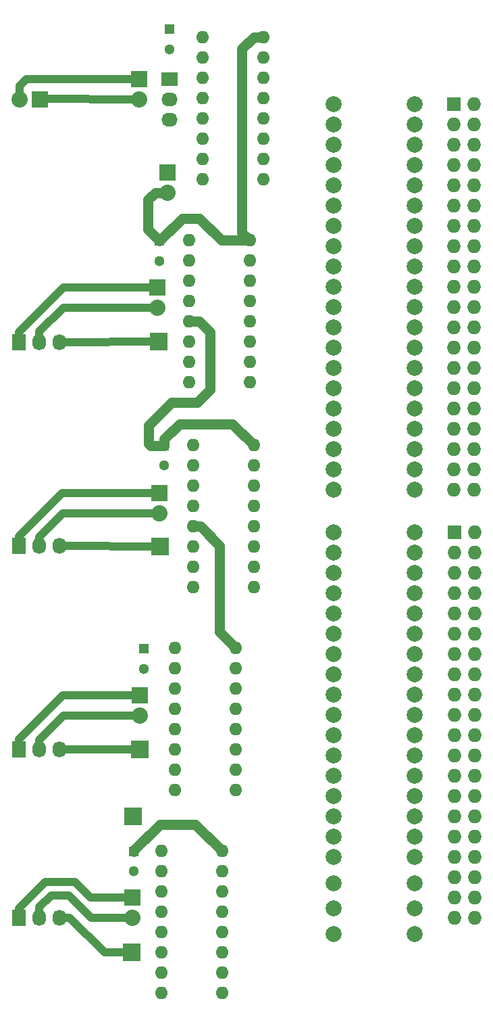
<source format=gbr>
G04 #@! TF.FileFunction,Copper,L1,Top,Mixed*
%FSLAX46Y46*%
G04 Gerber Fmt 4.6, Leading zero omitted, Abs format (unit mm)*
G04 Created by KiCad (PCBNEW 0.201511171411+6319~30~ubuntu15.04.1-product) date Wed 18 Nov 2015 02:30:17 PM CET*
%MOMM*%
G01*
G04 APERTURE LIST*
%ADD10C,0.100000*%
%ADD11R,2.032000X2.032000*%
%ADD12O,2.032000X2.032000*%
%ADD13R,1.727200X1.727200*%
%ADD14O,1.727200X1.727200*%
%ADD15C,1.998980*%
%ADD16O,1.600000X1.600000*%
%ADD17R,1.300000X1.300000*%
%ADD18C,1.300000*%
%ADD19R,1.727200X2.032000*%
%ADD20O,1.727200X2.032000*%
%ADD21R,2.235200X2.235200*%
%ADD22R,2.032000X1.727200*%
%ADD23O,2.032000X1.727200*%
%ADD24C,1.000000*%
%ADD25C,1.300000*%
G04 APERTURE END LIST*
D10*
D11*
X128676400Y-48412400D03*
D12*
X128676400Y-50952400D03*
D13*
X164566400Y-39878000D03*
D14*
X167106400Y-39878000D03*
X164566400Y-42418000D03*
X167106400Y-42418000D03*
X164566400Y-44958000D03*
X167106400Y-44958000D03*
X164566400Y-47498000D03*
X167106400Y-47498000D03*
X164566400Y-50038000D03*
X167106400Y-50038000D03*
X164566400Y-52578000D03*
X167106400Y-52578000D03*
X164566400Y-55118000D03*
X167106400Y-55118000D03*
X164566400Y-57658000D03*
X167106400Y-57658000D03*
X164566400Y-60198000D03*
X167106400Y-60198000D03*
X164566400Y-62738000D03*
X167106400Y-62738000D03*
X164566400Y-65278000D03*
X167106400Y-65278000D03*
X164566400Y-67818000D03*
X167106400Y-67818000D03*
X164566400Y-70358000D03*
X167106400Y-70358000D03*
X164566400Y-72898000D03*
X167106400Y-72898000D03*
X164566400Y-75438000D03*
X167106400Y-75438000D03*
X164566400Y-77978000D03*
X167106400Y-77978000D03*
X164566400Y-80518000D03*
X167106400Y-80518000D03*
X164566400Y-83058000D03*
X167106400Y-83058000D03*
X164566400Y-85598000D03*
X167106400Y-85598000D03*
X164566400Y-88138000D03*
X167106400Y-88138000D03*
D13*
X164617400Y-93472000D03*
D14*
X167157400Y-93472000D03*
X164617400Y-96012000D03*
X167157400Y-96012000D03*
X164617400Y-98552000D03*
X167157400Y-98552000D03*
X164617400Y-101092000D03*
X167157400Y-101092000D03*
X164617400Y-103632000D03*
X167157400Y-103632000D03*
X164617400Y-106172000D03*
X167157400Y-106172000D03*
X164617400Y-108712000D03*
X167157400Y-108712000D03*
X164617400Y-111252000D03*
X167157400Y-111252000D03*
X164617400Y-113792000D03*
X167157400Y-113792000D03*
X164617400Y-116332000D03*
X167157400Y-116332000D03*
X164617400Y-118872000D03*
X167157400Y-118872000D03*
X164617400Y-121412000D03*
X167157400Y-121412000D03*
X164617400Y-123952000D03*
X167157400Y-123952000D03*
X164617400Y-126492000D03*
X167157400Y-126492000D03*
X164617400Y-129032000D03*
X167157400Y-129032000D03*
X164617400Y-131572000D03*
X167157400Y-131572000D03*
X164617400Y-134112000D03*
X167157400Y-134112000D03*
X164617400Y-136652000D03*
X167157400Y-136652000D03*
X164617400Y-139192000D03*
X167157400Y-139192000D03*
X164617400Y-141732000D03*
X167157400Y-141732000D03*
D15*
X159664400Y-39878000D03*
X149504400Y-39878000D03*
X159664400Y-42418000D03*
X149504400Y-42418000D03*
X159664400Y-44958000D03*
X149504400Y-44958000D03*
X159639400Y-47498000D03*
X149479400Y-47498000D03*
X159664400Y-50038000D03*
X149504400Y-50038000D03*
X159664400Y-52578000D03*
X149504400Y-52578000D03*
X159664400Y-55118000D03*
X149504400Y-55118000D03*
X159689400Y-57658000D03*
X149529400Y-57658000D03*
X159689400Y-60198000D03*
X149529400Y-60198000D03*
X159689400Y-62763000D03*
X149529400Y-62763000D03*
X159689400Y-65278000D03*
X149529400Y-65278000D03*
X159689400Y-67818000D03*
X149529400Y-67818000D03*
X159689400Y-70383000D03*
X149529400Y-70383000D03*
X159689400Y-72898000D03*
X149529400Y-72898000D03*
X159689400Y-75438000D03*
X149529400Y-75438000D03*
X159689400Y-77978000D03*
X149529400Y-77978000D03*
X159689400Y-80518000D03*
X149529400Y-80518000D03*
X159689400Y-83058000D03*
X149529400Y-83058000D03*
X159689400Y-85598000D03*
X149529400Y-85598000D03*
X159689400Y-88138000D03*
X149529400Y-88138000D03*
X159689400Y-93472000D03*
X149529400Y-93472000D03*
X159689400Y-96012000D03*
X149529400Y-96012000D03*
X159689400Y-98552000D03*
X149529400Y-98552000D03*
X159689400Y-101117000D03*
X149529400Y-101117000D03*
X159689400Y-103632000D03*
X149529400Y-103632000D03*
X159689400Y-106172000D03*
X149529400Y-106172000D03*
X159689400Y-108712000D03*
X149529400Y-108712000D03*
X159689400Y-111252000D03*
X149529400Y-111252000D03*
X159689400Y-113792000D03*
X149529400Y-113792000D03*
X159689400Y-116332000D03*
X149529400Y-116332000D03*
X159689400Y-118872000D03*
X149529400Y-118872000D03*
X159689400Y-121412000D03*
X149529400Y-121412000D03*
X159689400Y-123952000D03*
X149529400Y-123952000D03*
X159689400Y-126492000D03*
X149529400Y-126492000D03*
X159689400Y-129057000D03*
X149529400Y-129057000D03*
X159689400Y-131572000D03*
X149529400Y-131572000D03*
X159689400Y-134112000D03*
X149529400Y-134112000D03*
D16*
X137210800Y-125730000D03*
X137210800Y-123190000D03*
X137210800Y-120650000D03*
X137210800Y-118110000D03*
X137210800Y-115570000D03*
X137210800Y-113030000D03*
X137210800Y-110490000D03*
X137210800Y-107950000D03*
X129590800Y-107950000D03*
X129590800Y-110490000D03*
X129590800Y-113030000D03*
X129590800Y-115570000D03*
X129590800Y-118110000D03*
X129590800Y-120650000D03*
X129590800Y-123190000D03*
X129590800Y-125730000D03*
X138988800Y-74701400D03*
X138988800Y-72161400D03*
X138988800Y-69621400D03*
X138988800Y-67081400D03*
X138988800Y-64541400D03*
X138988800Y-62001400D03*
X138988800Y-59461400D03*
X138988800Y-56921400D03*
X131368800Y-56921400D03*
X131368800Y-59461400D03*
X131368800Y-62001400D03*
X131368800Y-64541400D03*
X131368800Y-67081400D03*
X131368800Y-69621400D03*
X131368800Y-72161400D03*
X131368800Y-74701400D03*
X135534400Y-151180800D03*
X135534400Y-148640800D03*
X135534400Y-146100800D03*
X135534400Y-143560800D03*
X135534400Y-141020800D03*
X135534400Y-138480800D03*
X135534400Y-135940800D03*
X135534400Y-133400800D03*
X127914400Y-133400800D03*
X127914400Y-135940800D03*
X127914400Y-138480800D03*
X127914400Y-141020800D03*
X127914400Y-143560800D03*
X127914400Y-146100800D03*
X127914400Y-148640800D03*
X127914400Y-151180800D03*
X140716000Y-49301400D03*
X140716000Y-46761400D03*
X140716000Y-44221400D03*
X140716000Y-41681400D03*
X140716000Y-39141400D03*
X140716000Y-36601400D03*
X140716000Y-34061400D03*
X140716000Y-31521400D03*
X133096000Y-31521400D03*
X133096000Y-34061400D03*
X133096000Y-36601400D03*
X133096000Y-39141400D03*
X133096000Y-41681400D03*
X133096000Y-44221400D03*
X133096000Y-46761400D03*
X133096000Y-49301400D03*
X139496800Y-100355400D03*
X139496800Y-97815400D03*
X139496800Y-95275400D03*
X139496800Y-92735400D03*
X139496800Y-90195400D03*
X139496800Y-87655400D03*
X139496800Y-85115400D03*
X139496800Y-82575400D03*
X131876800Y-82575400D03*
X131876800Y-85115400D03*
X131876800Y-87655400D03*
X131876800Y-90195400D03*
X131876800Y-92735400D03*
X131876800Y-95275400D03*
X131876800Y-97815400D03*
X131876800Y-100355400D03*
D17*
X128905000Y-30505400D03*
D18*
X128905000Y-33005400D03*
D17*
X127685800Y-57023000D03*
D18*
X127685800Y-59523000D03*
D17*
X128270000Y-82626200D03*
D18*
X128270000Y-85126200D03*
D17*
X125704600Y-108051600D03*
D18*
X125704600Y-110551600D03*
D17*
X124434600Y-133426200D03*
D18*
X124434600Y-135926200D03*
D19*
X110058200Y-69672200D03*
D20*
X112598200Y-69672200D03*
X115138200Y-69672200D03*
D19*
X110058200Y-95173800D03*
D20*
X112598200Y-95173800D03*
X115138200Y-95173800D03*
D19*
X110083600Y-120624600D03*
D20*
X112623600Y-120624600D03*
X115163600Y-120624600D03*
D11*
X127431800Y-62814200D03*
D12*
X127431800Y-65354200D03*
D11*
X124231400Y-139192000D03*
D12*
X124231400Y-141732000D03*
D11*
X125120400Y-36753800D03*
D12*
X125120400Y-39293800D03*
D11*
X127635000Y-88544400D03*
D12*
X127635000Y-91084400D03*
D21*
X125171200Y-120650000D03*
X124180600Y-146100800D03*
X127609600Y-69621400D03*
X127711200Y-95275400D03*
D19*
X110070900Y-141719300D03*
D20*
X112610900Y-141719300D03*
X115150900Y-141719300D03*
D11*
X125171200Y-113919000D03*
D12*
X125171200Y-116459000D03*
D11*
X112699800Y-39268400D03*
D12*
X110159800Y-39268400D03*
D22*
X128930400Y-36728400D03*
D23*
X128930400Y-39268400D03*
X128930400Y-41808400D03*
D21*
X124358400Y-129019300D03*
D15*
X159689800Y-137401300D03*
X149529800Y-137401300D03*
X159689800Y-140576300D03*
X149529800Y-140576300D03*
X159689800Y-143776700D03*
X149529800Y-143776700D03*
D24*
X110070900Y-141719300D02*
X110070900Y-140538200D01*
X119011700Y-139192000D02*
X124231400Y-139192000D01*
X117043200Y-137223500D02*
X119011700Y-139192000D01*
X113385600Y-137223500D02*
X117043200Y-137223500D01*
X110070900Y-140538200D02*
X113385600Y-137223500D01*
X110083600Y-120624600D02*
X110083600Y-119418100D01*
X115582700Y-113919000D02*
X125171200Y-113919000D01*
X110083600Y-119418100D02*
X115582700Y-113919000D01*
X110058200Y-69672200D02*
X110058200Y-68427600D01*
X115671600Y-62814200D02*
X127431800Y-62814200D01*
X110058200Y-68427600D02*
X115671600Y-62814200D01*
X110058200Y-95173800D02*
X110058200Y-93954600D01*
X115468400Y-88544400D02*
X127635000Y-88544400D01*
X110058200Y-93954600D02*
X115468400Y-88544400D01*
X110159800Y-39268400D02*
X110159800Y-37579300D01*
X110985300Y-36753800D02*
X125120400Y-36753800D01*
X110159800Y-37579300D02*
X110985300Y-36753800D01*
X112610900Y-141719300D02*
X112610900Y-140398500D01*
X119075200Y-141732000D02*
X124231400Y-141732000D01*
X116281200Y-138938000D02*
X119075200Y-141732000D01*
X114071400Y-138938000D02*
X116281200Y-138938000D01*
X112610900Y-140398500D02*
X114071400Y-138938000D01*
X112623600Y-120624600D02*
X112623600Y-119468900D01*
X115633500Y-116459000D02*
X125171200Y-116459000D01*
X112623600Y-119468900D02*
X115633500Y-116459000D01*
X112598200Y-69672200D02*
X112598200Y-68364100D01*
X115608100Y-65354200D02*
X127431800Y-65354200D01*
X112598200Y-68364100D02*
X115608100Y-65354200D01*
X112598200Y-95173800D02*
X112598200Y-94043500D01*
X115557300Y-91084400D02*
X127635000Y-91084400D01*
X112598200Y-94043500D02*
X115557300Y-91084400D01*
X125120400Y-39293800D02*
X112725200Y-39243000D01*
X112725200Y-39243000D02*
X112699800Y-39268400D01*
X125044200Y-39344600D02*
X125171200Y-39217600D01*
X131368800Y-64541400D02*
X131518500Y-64541400D01*
X131876800Y-90195400D02*
X132026500Y-90195000D01*
D25*
X139496800Y-82575400D02*
X136829800Y-79908400D01*
X128270000Y-81813400D02*
X128270000Y-82626200D01*
X130175000Y-79908400D02*
X128270000Y-81813400D01*
X136829800Y-79908400D02*
X130175000Y-79908400D01*
X128270000Y-82626200D02*
X126542800Y-82626200D01*
X126339600Y-80086200D02*
X129184400Y-77241400D01*
X129184400Y-77241400D02*
X132410200Y-77241400D01*
X132410200Y-77241400D02*
X134035800Y-75615800D01*
X134035800Y-75615800D02*
X134035800Y-68453000D01*
X134035800Y-68453000D02*
X132664200Y-67081400D01*
X132664200Y-67081400D02*
X131368800Y-67081400D01*
X126339600Y-82423000D02*
X126339600Y-80086200D01*
X126542800Y-82626200D02*
X126339600Y-82423000D01*
X140716000Y-31521400D02*
X139471400Y-31521400D01*
X138023600Y-55956200D02*
X138988800Y-56921400D01*
X138023600Y-32969200D02*
X138023600Y-55956200D01*
X139471400Y-31521400D02*
X138023600Y-32969200D01*
X138988800Y-56921400D02*
X135407400Y-56921400D01*
X130505200Y-54203600D02*
X127685800Y-57023000D01*
X132689600Y-54203600D02*
X130505200Y-54203600D01*
X135407400Y-56921400D02*
X132689600Y-54203600D01*
X128676400Y-50952400D02*
X127127000Y-50952400D01*
X126212600Y-55549800D02*
X127685800Y-57023000D01*
X126212600Y-51866800D02*
X126212600Y-55549800D01*
X127127000Y-50952400D02*
X126212600Y-51866800D01*
X124434600Y-133426200D02*
X124434600Y-133299200D01*
X124434600Y-133299200D02*
X127711200Y-130022600D01*
X127711200Y-130022600D02*
X132156200Y-130022600D01*
X132156200Y-130022600D02*
X135534400Y-133400800D01*
X131876800Y-92735400D02*
X132778500Y-92735400D01*
X135204200Y-105943400D02*
X137210800Y-107950000D01*
X135204200Y-95161100D02*
X135204200Y-105943400D01*
X132778500Y-92735400D02*
X135204200Y-95161100D01*
D24*
X115138200Y-69672200D02*
X127609600Y-69621400D01*
X127711200Y-95275400D02*
X115138200Y-95173800D01*
X115163600Y-120624600D02*
X125145800Y-120624600D01*
X125145800Y-120624600D02*
X125171200Y-120650000D01*
X115150900Y-141719300D02*
X116433600Y-141719300D01*
X120815100Y-146100800D02*
X124180600Y-146100800D01*
X116433600Y-141719300D02*
X120815100Y-146100800D01*
X124155200Y-146126200D02*
X124180600Y-146100800D01*
M02*

</source>
